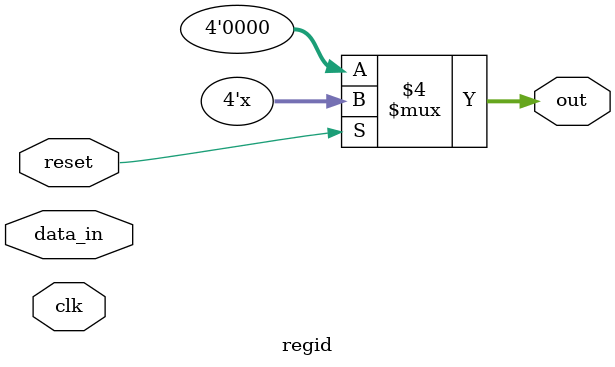
<source format=v>



`ifndef REGID
`define REGID

module regid #(
// Parameters
parameter WORD_SIZE = 4
) (
    // INPUTS
    input wire [WORD_SIZE-1:0] data_in,
    input wire clk,
    input wire reset,
    // OUTPUTS
    output reg [WORD_SIZE-1:0] out
);
// INTERNAL NODES
reg [WORD_SIZE-1:0] mem;

    always @ (*) begin
        if(!reset) begin
            mem <= 0;
            out <= 0;
        end
        else begin
            mem <= data_in;
            out <= mem;
        end
    end

endmodule

// Local Variables:
// verilog-library-directories:("."):
// End:
`endif


</source>
